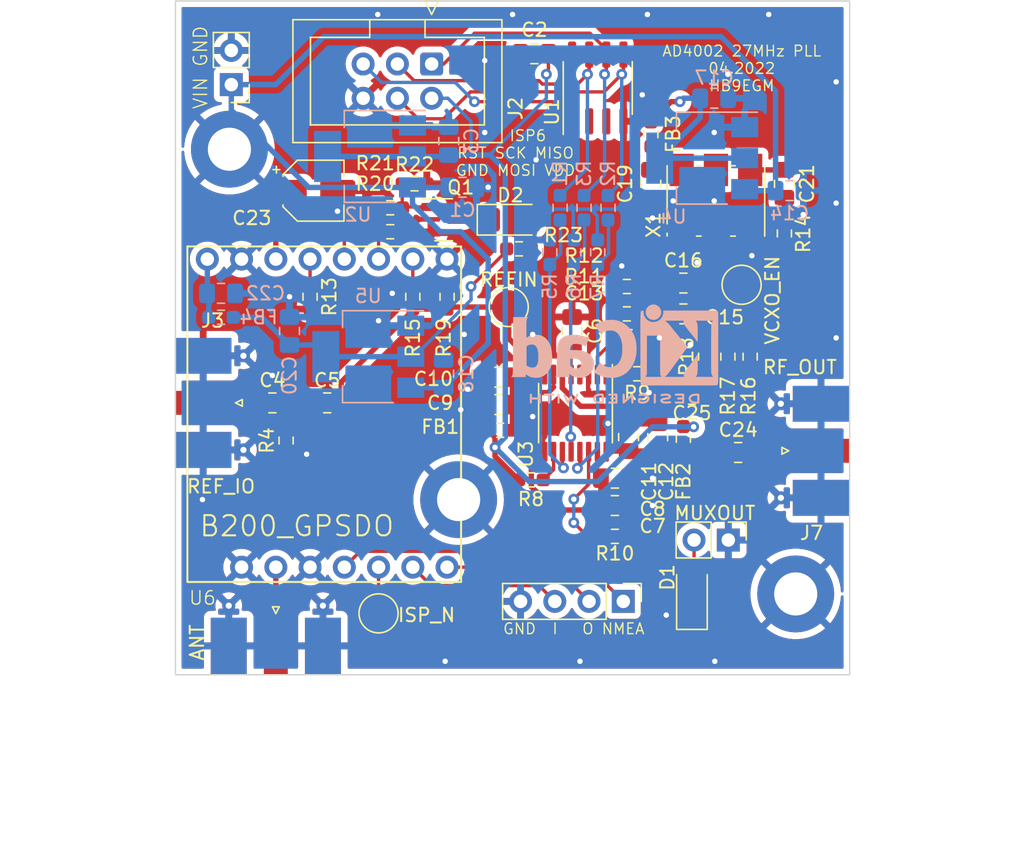
<source format=kicad_pcb>
(kicad_pcb (version 20211014) (generator pcbnew)

  (general
    (thickness 1.6)
  )

  (paper "A4")
  (layers
    (0 "F.Cu" signal)
    (31 "B.Cu" signal)
    (32 "B.Adhes" user "B.Adhesive")
    (33 "F.Adhes" user "F.Adhesive")
    (34 "B.Paste" user)
    (35 "F.Paste" user)
    (36 "B.SilkS" user "B.Silkscreen")
    (37 "F.SilkS" user "F.Silkscreen")
    (38 "B.Mask" user)
    (39 "F.Mask" user)
    (40 "Dwgs.User" user "User.Drawings")
    (41 "Cmts.User" user "User.Comments")
    (42 "Eco1.User" user "User.Eco1")
    (43 "Eco2.User" user "User.Eco2")
    (44 "Edge.Cuts" user)
    (45 "Margin" user)
    (46 "B.CrtYd" user "B.Courtyard")
    (47 "F.CrtYd" user "F.Courtyard")
    (48 "B.Fab" user)
    (49 "F.Fab" user)
    (50 "User.1" user)
    (51 "User.2" user)
    (52 "User.3" user)
    (53 "User.4" user)
    (54 "User.5" user)
    (55 "User.6" user)
    (56 "User.7" user)
    (57 "User.8" user)
    (58 "User.9" user)
  )

  (setup
    (stackup
      (layer "F.SilkS" (type "Top Silk Screen"))
      (layer "F.Paste" (type "Top Solder Paste"))
      (layer "F.Mask" (type "Top Solder Mask") (thickness 0.01))
      (layer "F.Cu" (type "copper") (thickness 0.035))
      (layer "dielectric 1" (type "core") (thickness 1.51) (material "FR4") (epsilon_r 4.5) (loss_tangent 0.02))
      (layer "B.Cu" (type "copper") (thickness 0.035))
      (layer "B.Mask" (type "Bottom Solder Mask") (thickness 0.01))
      (layer "B.Paste" (type "Bottom Solder Paste"))
      (layer "B.SilkS" (type "Bottom Silk Screen"))
      (copper_finish "ENIG")
      (dielectric_constraints no)
    )
    (pad_to_mask_clearance 0)
    (pcbplotparams
      (layerselection 0x00010fc_ffffffff)
      (disableapertmacros false)
      (usegerberextensions false)
      (usegerberattributes true)
      (usegerberadvancedattributes true)
      (creategerberjobfile true)
      (svguseinch false)
      (svgprecision 6)
      (excludeedgelayer true)
      (plotframeref false)
      (viasonmask false)
      (mode 1)
      (useauxorigin false)
      (hpglpennumber 1)
      (hpglpenspeed 20)
      (hpglpendiameter 15.000000)
      (dxfpolygonmode true)
      (dxfimperialunits true)
      (dxfusepcbnewfont true)
      (psnegative false)
      (psa4output false)
      (plotreference true)
      (plotvalue true)
      (plotinvisibletext false)
      (sketchpadsonfab false)
      (subtractmaskfromsilk false)
      (outputformat 1)
      (mirror false)
      (drillshape 1)
      (scaleselection 1)
      (outputdirectory "")
    )
  )

  (net 0 "")
  (net 1 "V_IN")
  (net 2 "GND")
  (net 3 "/VDD")
  (net 4 "Net-(C4-Pad1)")
  (net 5 "Net-(C4-Pad2)")
  (net 6 "REFIN")
  (net 7 "Net-(C6-Pad2)")
  (net 8 "Net-(C10-Pad2)")
  (net 9 "Net-(C11-Pad1)")
  (net 10 "Net-(C13-Pad1)")
  (net 11 "Net-(C15-Pad1)")
  (net 12 "Net-(C16-Pad1)")
  (net 13 "/VDD_VCXO")
  (net 14 "Net-(C19-Pad1)")
  (net 15 "/VDD_GPSDO")
  (net 16 "Net-(C21-Pad1)")
  (net 17 "Net-(C21-Pad2)")
  (net 18 "Net-(C22-Pad1)")
  (net 19 "Net-(C23-Pad1)")
  (net 20 "Net-(C24-Pad1)")
  (net 21 "Net-(C24-Pad2)")
  (net 22 "Net-(C25-Pad1)")
  (net 23 "RFINA")
  (net 24 "Net-(D1-Pad2)")
  (net 25 "Net-(D2-Pad1)")
  (net 26 "Net-(D2-Pad2)")
  (net 27 "Net-(J5-Pad1)")
  (net 28 "Net-(Q1-Pad1)")
  (net 29 "Net-(R1-Pad2)")
  (net 30 "Net-(R2-Pad2)")
  (net 31 "Net-(R3-Pad2)")
  (net 32 "Net-(R8-Pad1)")
  (net 33 "Net-(R9-Pad2)")
  (net 34 "Net-(R10-Pad1)")
  (net 35 "Net-(R13-Pad1)")
  (net 36 "Net-(R14-Pad1)")
  (net 37 "Net-(R15-Pad2)")
  (net 38 "Net-(R20-Pad2)")
  (net 39 "Net-(R21-Pad2)")
  (net 40 "Net-(TP2-Pad1)")
  (net 41 "Net-(TP3-Pad1)")
  (net 42 "unconnected-(U1-Pad2)")
  (net 43 "unconnected-(U1-Pad3)")
  (net 44 "unconnected-(X1-Pad5)")
  (net 45 "/SER_I")
  (net 46 "/SER_O")
  (net 47 "/NMEA")
  (net 48 "/MISO")
  (net 49 "/SCK")
  (net 50 "/MOSI")
  (net 51 "/nRST")

  (footprint "MountingHole:MountingHole_3.2mm_M3_ISO7380_Pad" (layer "F.Cu") (at 146 114))

  (footprint "Resistor_SMD:R_0603_1608Metric_Pad0.98x0.95mm_HandSolder" (layer "F.Cu") (at 133.477 93.218 180))

  (footprint "Capacitor_SMD:C_0805_2012Metric_Pad1.18x1.45mm_HandSolder" (layer "F.Cu") (at 123.952 99.949 180))

  (footprint "Capacitor_SMD:C_0805_2012Metric_Pad1.18x1.45mm_HandSolder" (layer "F.Cu") (at 107.188 99.822))

  (footprint "MountingHole:MountingHole_3.2mm_M3_ISO7380_Pad" (layer "F.Cu") (at 121 107))

  (footprint "Resistor_SMD:R_0603_1608Metric_Pad0.98x0.95mm_HandSolder" (layer "F.Cu") (at 109.982 91.948 -90))

  (footprint "Resistor_SMD:R_0603_1608Metric_Pad0.98x0.95mm_HandSolder" (layer "F.Cu") (at 140.97 96.393 -90))

  (footprint "Resistor_SMD:R_0603_1608Metric_Pad0.98x0.95mm_HandSolder" (layer "F.Cu") (at 145.161 87.249 90))

  (footprint "Capacitor_SMD:C_0805_2012Metric_Pad1.18x1.45mm_HandSolder" (layer "F.Cu") (at 129.413 94.488 -90))

  (footprint "Capacitor_SMD:C_0805_2012Metric_Pad1.18x1.45mm_HandSolder" (layer "F.Cu") (at 138.303 99.187 180))

  (footprint "Resistor_SMD:R_0603_1608Metric_Pad0.98x0.95mm_HandSolder" (layer "F.Cu") (at 125.476 88.392))

  (footprint "Capacitor_SMD:C_0805_2012Metric_Pad1.18x1.45mm_HandSolder" (layer "F.Cu") (at 137.668 93.218))

  (footprint "TestPoint:TestPoint_Pad_D2.5mm" (layer "F.Cu") (at 124.714 92.71))

  (footprint "Resistor_SMD:R_0603_1608Metric_Pad0.98x0.95mm_HandSolder" (layer "F.Cu") (at 115.9275 85.344 180))

  (footprint "Connector_PinHeader_2.54mm:PinHeader_1x04_P2.54mm_Vertical" (layer "F.Cu") (at 133.213 114.554 -90))

  (footprint "Capacitor_SMD:C_0805_2012Metric_Pad1.18x1.45mm_HandSolder" (layer "F.Cu") (at 111.252 99.822))

  (footprint "Capacitor_SMD:C_0805_2012Metric_Pad1.18x1.45mm_HandSolder" (layer "F.Cu") (at 137.668 90.932))

  (footprint "Resistor_SMD:R_0603_1608Metric_Pad0.98x0.95mm_HandSolder" (layer "F.Cu") (at 142.621 96.393 90))

  (footprint "Capacitor_SMD:C_0805_2012Metric_Pad1.18x1.45mm_HandSolder" (layer "F.Cu") (at 133.604 102.362 90))

  (footprint "Resistor_SMD:R_0603_1608Metric_Pad0.98x0.95mm_HandSolder" (layer "F.Cu") (at 108.204 102.616 90))

  (footprint "Capacitor_SMD:C_0805_2012Metric_Pad1.18x1.45mm_HandSolder" (layer "F.Cu") (at 141.732 103.505))

  (footprint "Capacitor_SMD:C_0805_2012Metric_Pad1.18x1.45mm_HandSolder" (layer "F.Cu") (at 126.619 73.914 180))

  (footprint "Resistor_SMD:R_0603_1608Metric_Pad0.98x0.95mm_HandSolder" (layer "F.Cu") (at 126.365 105.537 180))

  (footprint "LED_SMD:LED_1206_3216Metric_Pad1.42x1.75mm_HandSolder" (layer "F.Cu") (at 124.841 86.233))

  (footprint "Capacitor_SMD:C_0805_2012Metric_Pad1.18x1.45mm_HandSolder" (layer "F.Cu") (at 133.604 95.123))

  (footprint "Resistor_SMD:R_0603_1608Metric_Pad0.98x0.95mm_HandSolder" (layer "F.Cu") (at 132.588 109.728))

  (footprint "Capacitor_SMD:C_0805_2012Metric_Pad1.18x1.45mm_HandSolder" (layer "F.Cu") (at 123.952 97.917))

  (footprint "TestPoint:TestPoint_Pad_D2.5mm" (layer "F.Cu") (at 141.986 91.059 90))

  (footprint "Capacitor_SMD:C_0805_2012Metric_Pad1.18x1.45mm_HandSolder" (layer "F.Cu") (at 132.588 107.442))

  (footprint "Resistor_SMD:R_0603_1608Metric_Pad0.98x0.95mm_HandSolder" (layer "F.Cu") (at 117.729 83.566))

  (footprint "MountingHole:MountingHole_3.2mm_M3_ISO7380_Pad" (layer "F.Cu") (at 104 81))

  (footprint "Package_SO:TSSOP-16_4.4x5mm_P0.65mm" (layer "F.Cu") (at 129.667 100.584 -90))

  (footprint "Resistor_SMD:R_0603_1608Metric_Pad0.98x0.95mm_HandSolder" (layer "F.Cu") (at 135.255 79.883 90))

  (footprint "Resistor_SMD:R_0603_1608Metric_Pad0.98x0.95mm_HandSolder" (layer "F.Cu") (at 133.477 91.186 180))

  (footprint "Connector_Coaxial:SMA_Molex_73251-2120_EdgeMount_Horizontal" (layer "F.Cu") (at 102.055 99.822 180))

  (footprint "Connector_PinHeader_2.54mm:PinHeader_1x02_P2.54mm_Vertical" (layer "F.Cu") (at 141 110 -90))

  (footprint "Resistor_SMD:R_0603_1608Metric_Pad0.98x0.95mm_HandSolder" (layer "F.Cu") (at 124.079 101.854 180))

  (footprint "Resistor_SMD:R_0603_1608Metric_Pad0.98x0.95mm_HandSolder" (layer "F.Cu") (at 120.142 91.948 -90))

  (footprint "Resistor_SMD:R_0603_1608Metric_Pad0.98x0.95mm_HandSolder" (layer "F.Cu") (at 137.668 102.489 90))

  (footprint "LED_SMD:LED_1206_3216Metric_Pad1.42x1.75mm_HandSolder" (layer "F.Cu") (at 138.303 114.173 90))

  (footprint "Package_SO:SOIC-8_3.9x4.9mm_P1.27mm" (layer "F.Cu") (at 131.318 76.454 90))

  (footprint "Connector_Coaxial:SMA_Molex_73251-2120_EdgeMount_Horizontal" (layer "F.Cu") (at 147.881 103.378))

  (footprint "Connector_Coaxial:SMA_Molex_73251-2120_EdgeMount_Horizontal" (layer "F.Cu") (at 107.442 117.856 -90))

  (footprint "Connector_PinHeader_2.54mm:PinHeader_1x02_P2.54mm_Vertical" (layer "F.Cu") (at 104.14 76.205 180))

  (footprint "Resistor_SMD:R_0603_1608Metric_Pad0.98x0.95mm_HandSolder" (layer "F.Cu") (at 117.602 91.948 90))

  (footprint "Capacitor_SMD:C_0805_2012Metric_Pad1.18x1.45mm_HandSolder" (layer "F.Cu") (at 135.255 83.566 -90))

  (footprint "Package_TO_SOT_SMD:SOT-23" (layer "F.Cu") (at 119.888 86.233))

  (footprint "ADF4002_27MHz_PLL:Oscillator_SMD_ECS_VXO_73" (layer "F.Cu") (at 140.081 84.836 90))

  (footprint "ADF4002_27MHz_PLL:GPSDO_B200" (layer "F.Cu") (at 109.982 99.314))

  (footprint "Connector_IDC:IDC-Header_2x03_P2.54mm_Vertical" (layer "F.Cu") (at 118.999 74.676 -90))

  (footprint "Capacitor_SMD:C_0805_2012Metric_Pad1.18x1.45mm_HandSolder" (layer "F.Cu") (at 132.588 105.41 180))

  (footprint "Capacitor_SMD:CP_Elec_4x5.3" (layer "F.Cu") (at 110.236 84.074))

  (footprint "TestPoint:TestPoint_Pad_D2.5mm" (layer "F.Cu") (at 115.062 115.443))

  (footprint "Resistor_SMD:R_0603_1608Metric_Pad0.98x0.95mm_HandSolder" (layer "F.Cu") (at 115.9275 87.122 180))

  (footprint "Capacitor_SMD:C_0805_2012Metric_Pad1.18x1.45mm_HandSolder" (layer "F.Cu") (at 135.763 102.362 90))

  (footprint "Resistor_SMD:R_0603_1608Metric_Pad0.98x0.95mm_HandSolder" (layer "F.Cu") (at 139.319 96.393 90))

  (footprint "Resistor_SMD:R_0603_1608Metric_Pad0.98x0.95mm_HandSolder" (layer "F.Cu") (at 134.239 97.663 180))

  (footprint "Capacitor_SMD:C_0805_2012Metric_Pad1.18x1.45mm_HandSolder" (layer "F.Cu")
    (tedit 5F68FEEF) (tstamp f6a8079c-9025-4014-a7a0-0b549284cc73)
    (at 145.161 83.566 -90)
    (descr "Capacitor SMD 0805 (2012 Metric), square (rectangular) end terminal, IPC_7351 nominal with elongated pad for handsoldering. (Body size source: IPC-SM-782 page 76, https://www.pcb-3d.com/wordpress/wp-content/uploads/ipc-sm-782a_amendment_1_and_2.pdf, https://docs.google.com/spreadsheets/d/1BsfQQcO9C6DZCsRaXUlFlo91Tg2WpOkGARC1WS5S8t0/edit?usp=sharing), generated with kicad-footprint-generator")
    (tags "capacitor handsolder")
    (property "Sheetfile" "ADF4002_27MHz_PLL.kicad_sch")
    (property "Sheetname" "")
    (path "/25257b4b-dd49-4adf-be3c-c00a0beb6376")
    (attr smd)
    (fp_text reference "C21" (at 0 -1.68 90) (layer "F.SilkS")
      (effects (font (size 1 1) (thickness 0.15)))
      (tstamp 83fbbfee-f7ab-4119-964c-4d788d9a8945)
    )
    (fp_text value "100pF" (at 0 1.68 90) (layer "F.Fab")
      (effects (font (size 1 1) (thickness 0.15)))
      (tstamp 07242605-a070-44a4-a9b2-aff770ac0cb4)
    )
    
... [652359 chars truncated]
</source>
